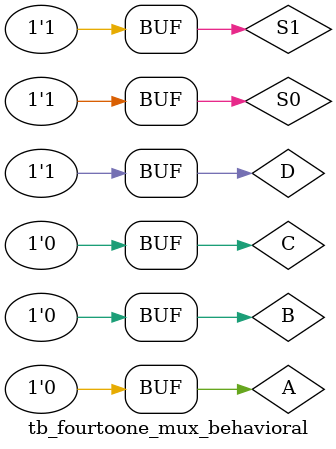
<source format=v>
`timescale 1ns / 1ps


module tb_fourtoone_mux_behavioral(
    );
    
    reg S0,S1,A,B,C,D;
    wire Z;
    
    fourtoone_mux_behavioral uut (
    
    .S0(S0),
    .S1(S1),
    .A(A),
    .B(B),
    .C(C),
    .D(D),
    .Z(Z)
    );
    
    initial begin
    #10;
    S0 = 0; S1 = 0; A = 1; B = 0; C = 0; D = 0;
    #25;
    S0 = 0; S1 = 1; B = 1; A = 0; C = 0; D = 0;
    #25;
    S0 = 1; S1 = 0; C = 1; B = 0; A = 0; D = 0;
    #25;
    S0 = 1; S1 = 1; D = 1; B = 0; C = 0; A = 0;
    #25;
    
    end
    
endmodule

</source>
